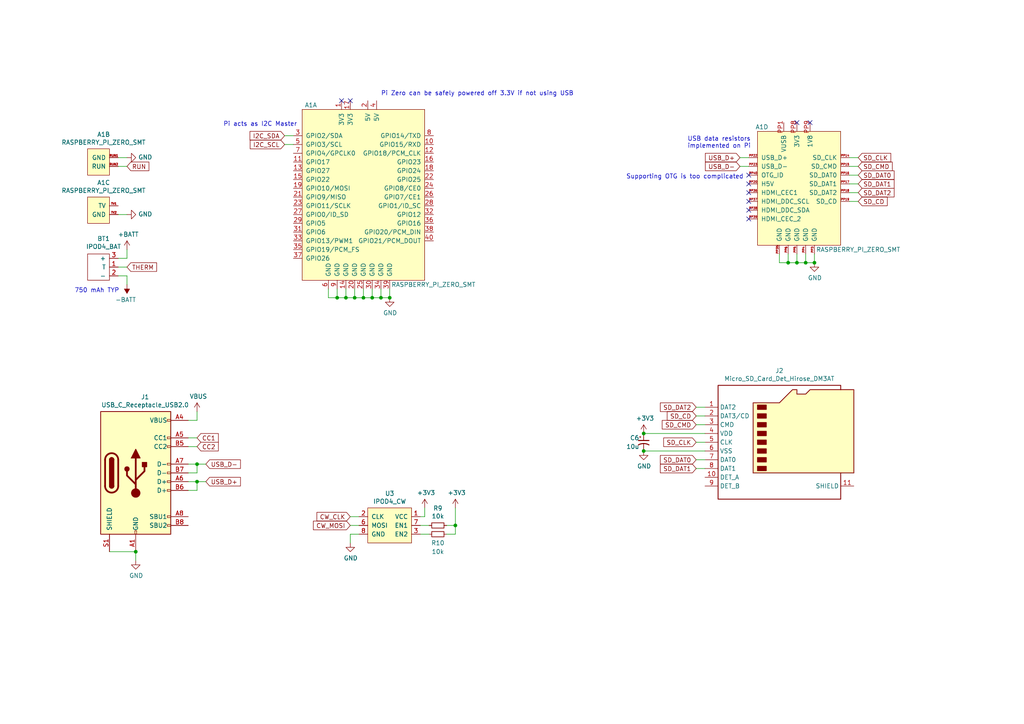
<source format=kicad_sch>
(kicad_sch (version 20230121) (generator eeschema)
  (paper "A4")
  (lib_symbols
    (symbol "Battery_Management:AP9101CK"
      (property "Reference" "U" (at -7.62 6.35 0))
      (property "Value" "AP9101CK" (at 6.35 6.35 0))
      (symbol "AP9101CK_1_1"
        (pin passive line (at -10.16 0 0) (length 2.54) (name "VM") (number "1"))
        (pin power_in line (at 0 7.62 270) (length 2.54) (name "VDD") (number "2"))
        (pin power_in line (at 0 -7.62 90) (length 2.54) (name "VSS") (number "3"))
        (pin output line (at 10.16 -2.54 180) (length 2.54) (name "DO") (number "4"))
        (pin output line (at 10.16 2.54 180) (length 2.54) (name "CO") (number "5"))
      )
    )
    (symbol "Connector:Micro_SD_Card_Det_Hirose_DM3AT"
      (property "Reference" "J" (at -16.51 17.78 0))
      (property "Value" "Micro_SD_Card_Det_Hirose_DM3AT" (at 16.51 17.78 0))
      (symbol "Micro_SD_Card_Det_Hirose_DM3AT_1_1"
        (pin bidirectional line (at -22.86 10.16 0) (length 3.81) (name "DAT2") (number "1"))
        (pin passive line (at -22.86 -10.16 0) (length 3.81) (name "DET_A") (number "10"))
        (pin passive line (at 20.32 -12.7 180) (length 3.81) (name "SHIELD") (number "11"))
        (pin bidirectional line (at -22.86 7.62 0) (length 3.81) (name "DAT3/CD") (number "2"))
        (pin input line (at -22.86 5.08 0) (length 3.81) (name "CMD") (number "3"))
        (pin power_in line (at -22.86 2.54 0) (length 3.81) (name "VDD") (number "4"))
        (pin input line (at -22.86 0 0) (length 3.81) (name "CLK") (number "5"))
        (pin power_in line (at -22.86 -2.54 0) (length 3.81) (name "VSS") (number "6"))
        (pin bidirectional line (at -22.86 -5.08 0) (length 3.81) (name "DAT0") (number "7"))
        (pin bidirectional line (at -22.86 -7.62 0) (length 3.81) (name "DAT1") (number "8"))
        (pin passive line (at -22.86 -12.7 0) (length 3.81) (name "DET_B") (number "9"))
      )
    )
    (symbol "Connector:USB_C_Receptacle_USB2.0" (pin_names (offset 1.016))
      (property "Reference" "J" (at -10.16 19.05 0))
      (property "Value" "USB_C_Receptacle_USB2.0" (at 19.05 19.05 0))
      (symbol "USB_C_Receptacle_USB2.0_1_1"
        (pin passive line (at 0 -22.86 90) (length 5.08) (name "GND") (number "A1"))
        (pin passive line (at 0 -22.86 90) (length 5.08) hide (name "GND") (number "A12"))
        (pin passive line (at 15.24 15.24 180) (length 5.08) (name "VBUS") (number "A4"))
        (pin bidirectional line (at 15.24 10.16 180) (length 5.08) (name "CC1") (number "A5"))
        (pin bidirectional line (at 15.24 -2.54 180) (length 5.08) (name "D+") (number "A6"))
        (pin bidirectional line (at 15.24 2.54 180) (length 5.08) (name "D-") (number "A7"))
        (pin bidirectional line (at 15.24 -12.7 180) (length 5.08) (name "SBU1") (number "A8"))
        (pin passive line (at 15.24 15.24 180) (length 5.08) hide (name "VBUS") (number "A9"))
        (pin passive line (at 0 -22.86 90) (length 5.08) hide (name "GND") (number "B1"))
        (pin passive line (at 0 -22.86 90) (length 5.08) hide (name "GND") (number "B12"))
        (pin passive line (at 15.24 15.24 180) (length 5.08) hide (name "VBUS") (number "B4"))
        (pin bidirectional line (at 15.24 7.62 180) (length 5.08) (name "CC2") (number "B5"))
        (pin bidirectional line (at 15.24 -5.08 180) (length 5.08) (name "D+") (number "B6"))
        (pin bidirectional line (at 15.24 0 180) (length 5.08) (name "D-") (number "B7"))
        (pin bidirectional line (at 15.24 -15.24 180) (length 5.08) (name "SBU2") (number "B8"))
        (pin passive line (at 15.24 15.24 180) (length 5.08) hide (name "VBUS") (number "B9"))
        (pin passive line (at -7.62 -22.86 90) (length 5.08) (name "SHIELD") (number "S1"))
      )
    )
    (symbol "Device:LED" (pin_numbers hide) (pin_names (offset 1.016) hide)
      (property "Reference" "D" (at 0 2.54 0))
      (property "Value" "LED" (at 0 -2.54 0))
      (symbol "LED_1_1"
        (pin passive line (at -3.81 0 0) (length 2.54) (name "K") (number "1"))
        (pin passive line (at 3.81 0 180) (length 2.54) (name "A") (number "2"))
      )
    )
    (symbol "Device:L_Small" (pin_numbers hide) (pin_names (offset 0.254) hide)
      (property "Reference" "L" (at 0.762 1.016 0))
      (property "Value" "L_Small" (at 0.762 -1.016 0))
      (symbol "L_Small_1_1"
        (pin passive line (at 0 2.54 270) (length 0.508) (name "~") (number "1"))
        (pin passive line (at 0 -2.54 90) (length 0.508) (name "~") (number "2"))
      )
    )
    (symbol "Device:R_Small" (pin_numbers hide) (pin_names (offset 0.254) hide)
      (property "Reference" "R" (at 0.762 0.508 0))
      (property "Value" "R_Small" (at 0.762 -1.016 0))
      (symbol "R_Small_1_1"
        (pin passive line (at 0 2.54 270) (length 0.762) (name "~") (number "1"))
        (pin passive line (at 0 -2.54 90) (length 0.762) (name "~") (number "2"))
      )
    )
    (symbol "Transistor_FET:DMG9926UDM" (pin_names hide)
      (property "Reference" "Q" (at 2.54 3.175 0))
      (property "Value" "DMG9926UDM" (at 2.54 5.08 0))
      (symbol "DMG9926UDM_1_1"
        (pin passive line (at 0 10.16 270) (length 2.54) (name "D1") (number "1"))
        (pin passive line (at 2.54 0 180) (length 2.54) (name "S1/D2") (number "2"))
        (pin passive line (at 0 -10.16 90) (length 2.54) (name "S2") (number "3"))
        (pin input line (at -7.62 -5.08 0) (length 2.54) (name "G2") (number "4"))
        (pin passive line (at 2.54 0 180) (length 2.54) hide (name "S1/D2") (number "5"))
        (pin input line (at -7.62 5.08 0) (length 2.54) (name "G1") (number "6"))
      )
    )
    (symbol "piPod_dev_board-rescue:CP1_Small-Device" (pin_numbers hide) (pin_names (offset 0.254) hide)
      (property "Reference" "C" (at 0.254 1.778 0))
      (property "Value" "Device_CP1_Small" (at 0.254 -2.032 0))
      (symbol "CP1_Small-Device_1_1"
        (pin passive line (at 0 2.54 270) (length 2.032) (name "~") (number "1"))
        (pin passive line (at 0 -2.54 90) (length 2.032) (name "~") (number "2"))
      )
    )
    (symbol "piPod_dev_board-rescue:IPOD4_BAT-gigahawk" (pin_names (offset 1.016))
      (property "Reference" "BT" (at 0 1.27 0))
      (property "Value" "gigahawk_IPOD4_BAT" (at 0 -8.89 0))
      (symbol "IPOD4_BAT-gigahawk_1_1"
        (pin input line (at 5.08 -3.81 180) (length 2.54) (name "T") (number "1"))
        (pin input line (at 5.08 -6.35 180) (length 2.54) (name "-") (number "2"))
        (pin input line (at 5.08 -1.27 180) (length 2.54) (name "+") (number "3"))
      )
    )
    (symbol "piPod_dev_board-rescue:IPOD4_CW-gigahawk" (pin_names (offset 1.016))
      (property "Reference" "U" (at 0 1.27 0))
      (property "Value" "gigahawk_IPOD4_CW" (at 0 -11.43 0))
      (symbol "IPOD4_CW-gigahawk_1_1"
        (pin input line (at 8.89 -2.54 180) (length 2.54) (name "VCC") (number "1"))
        (pin input line (at -8.89 -2.54 0) (length 2.54) (name "CLK") (number "2"))
        (pin input line (at 8.89 -7.62 180) (length 2.54) (name "EN2") (number "3"))
        (pin input line (at -8.89 -5.08 0) (length 2.54) (name "MOSI") (number "6"))
        (pin input line (at 8.89 -5.08 180) (length 2.54) (name "EN1") (number "7"))
        (pin input line (at -8.89 -7.62 0) (length 2.54) (name "GND") (number "8"))
      )
    )
    (symbol "piPod_dev_board-rescue:MCP73833-MSOP-gigahawk" (pin_names (offset 1.016))
      (property "Reference" "U" (at 0 1.27 0))
      (property "Value" "gigahawk_MCP73833-MSOP" (at 0 -16.51 0))
      (symbol "MCP73833-MSOP-gigahawk_1_1"
        (pin input line (at -10.16 -2.54 0) (length 2.54) (name "VDD") (number "1"))
        (pin input line (at 10.16 -2.54 180) (length 2.54) (name "VBAT") (number "10"))
        (pin input line (at -10.16 -5.08 0) (length 2.54) (name "VDD") (number "2"))
        (pin input line (at -10.16 -7.62 0) (length 2.54) (name "STAT1") (number "3"))
        (pin input line (at -10.16 -10.16 0) (length 2.54) (name "STAT2") (number "4"))
        (pin input line (at 10.16 -7.62 180) (length 2.54) (name "VSS") (number "5"))
        (pin input line (at 10.16 -12.7 180) (length 2.54) (name "PROG") (number "6"))
        (pin input line (at -10.16 -12.7 0) (length 2.54) (name "~{PG}") (number "7"))
        (pin input line (at 10.16 -10.16 180) (length 2.54) (name "THERM") (number "8"))
        (pin input line (at 10.16 -5.08 180) (length 2.54) (name "VBAT") (number "9"))
      )
    )
    (symbol "piPod_dev_board-rescue:RASPBERRY_PI_ZERO_SMT-gigahawk" (pin_names (offset 1.016))
      (property "Reference" "A" (at 0 3.81 0))
      (property "Value" "gigahawk_RASPBERRY_PI_ZERO_SMT" (at -1.27 1.27 0))
      (symbol "RASPBERRY_PI_ZERO_SMT-gigahawk_1_1"
        (pin input line (at -5.08 -5.08 270) (length 2.54) (name "3V3") (number "1"))
        (pin input line (at 21.59 -17.78 180) (length 2.54) (name "GPIO15/RXD") (number "10"))
        (pin input line (at -19.05 -22.86 0) (length 2.54) (name "GPIO17") (number "11"))
        (pin input line (at 21.59 -20.32 180) (length 2.54) (name "GPIO18/PCM_CLK") (number "12"))
        (pin input line (at -19.05 -25.4 0) (length 2.54) (name "GPIO27") (number "13"))
        (pin input line (at -3.81 -59.69 90) (length 2.54) (name "GND") (number "14"))
        (pin input line (at -19.05 -27.94 0) (length 2.54) (name "GPIO22") (number "15"))
        (pin input line (at 21.59 -22.86 180) (length 2.54) (name "GPIO23") (number "16"))
        (pin input line (at -2.54 -5.08 270) (length 2.54) (name "3V3") (number "17"))
        (pin input line (at 21.59 -25.4 180) (length 2.54) (name "GPIO24") (number "18"))
        (pin input line (at -19.05 -30.48 0) (length 2.54) (name "GPIO10/MOSI") (number "19"))
        (pin input line (at 2.54 -5.08 270) (length 2.54) (name "5V") (number "2"))
        (pin input line (at -1.27 -59.69 90) (length 2.54) (name "GND") (number "20"))
        (pin input line (at -19.05 -33.02 0) (length 2.54) (name "GPIO9/MISO") (number "21"))
        (pin input line (at 21.59 -27.94 180) (length 2.54) (name "GPIO25") (number "22"))
        (pin input line (at -19.05 -35.56 0) (length 2.54) (name "GPIO11/SCLK") (number "23"))
        (pin input line (at 21.59 -30.48 180) (length 2.54) (name "GPIO8/CE0") (number "24"))
        (pin input line (at 1.27 -59.69 90) (length 2.54) (name "GND") (number "25"))
        (pin input line (at 21.59 -33.02 180) (length 2.54) (name "GPIO7/CE1") (number "26"))
        (pin input line (at -19.05 -38.1 0) (length 2.54) (name "GPIO0/ID_SD") (number "27"))
        (pin input line (at 21.59 -35.56 180) (length 2.54) (name "GPIO1/ID_SC") (number "28"))
        (pin input line (at -19.05 -40.64 0) (length 2.54) (name "GPIO5") (number "29"))
        (pin input line (at -19.05 -15.24 0) (length 2.54) (name "GPIO2/SDA") (number "3"))
        (pin input line (at 3.81 -59.69 90) (length 2.54) (name "GND") (number "30"))
        (pin input line (at -19.05 -43.18 0) (length 2.54) (name "GPIO6") (number "31"))
        (pin input line (at 21.59 -38.1 180) (length 2.54) (name "GPIO12") (number "32"))
        (pin input line (at -19.05 -45.72 0) (length 2.54) (name "GPIO13/PWM1") (number "33"))
        (pin input line (at 6.35 -59.69 90) (length 2.54) (name "GND") (number "34"))
        (pin input line (at -19.05 -48.26 0) (length 2.54) (name "GPIO19/PCM_FS") (number "35"))
        (pin input line (at 21.59 -40.64 180) (length 2.54) (name "GPIO16") (number "36"))
        (pin input line (at -19.05 -50.8 0) (length 2.54) (name "GPIO26") (number "37"))
        (pin input line (at 21.59 -43.18 180) (length 2.54) (name "GPIO20/PCM_DIN") (number "38"))
        (pin input line (at 8.89 -59.69 90) (length 2.54) (name "GND") (number "39"))
        (pin input line (at 5.08 -5.08 270) (length 2.54) (name "5V") (number "4"))
        (pin input line (at 21.59 -45.72 180) (length 2.54) (name "GPIO21/PCM_DOUT") (number "40"))
        (pin input line (at -19.05 -17.78 0) (length 2.54) (name "GPIO3/SCL") (number "5"))
        (pin input line (at -8.89 -59.69 90) (length 2.54) (name "GND") (number "6"))
        (pin input line (at -19.05 -20.32 0) (length 2.54) (name "GPIO4/GPCLK0") (number "7"))
        (pin input line (at 21.59 -15.24 180) (length 2.54) (name "GPIO14/TXD") (number "8"))
        (pin input line (at -6.35 -59.69 90) (length 2.54) (name "GND") (number "9"))
      )
      (symbol "RASPBERRY_PI_ZERO_SMT-gigahawk_2_1"
        (pin input line (at 2.54 -2.54 180) (length 2.54) (name "GND") (number "RUN1"))
        (pin input line (at 2.54 -5.08 180) (length 2.54) (name "RUN") (number "RUN2"))
      )
      (symbol "RASPBERRY_PI_ZERO_SMT-gigahawk_3_1"
        (pin input line (at 2.54 -2.54 180) (length 2.54) (name "TV") (number "TV1"))
        (pin input line (at 2.54 -5.08 180) (length 2.54) (name "GND") (number "TV2"))
      )
      (symbol "RASPBERRY_PI_ZERO_SMT-gigahawk_4_1"
        (pin input line (at -3.81 -3.81 270) (length 2.54) (name "VUSB") (number "PP1"))
        (pin input line (at 15.24 -13.97 180) (length 2.54) (name "SD_CLK") (number "PP14"))
        (pin input line (at 15.24 -16.51 180) (length 2.54) (name "SD_CMD") (number "PP15"))
        (pin input line (at 15.24 -19.05 180) (length 2.54) (name "SD_DAT0") (number "PP16"))
        (pin input line (at 15.24 -21.59 180) (length 2.54) (name "SD_DAT1") (number "PP17"))
        (pin input line (at 15.24 -24.13 180) (length 2.54) (name "SD_DAT2") (number "PP18"))
        (pin input line (at 15.24 -26.67 180) (length 2.54) (name "SD_CD") (number "PP19"))
        (pin input line (at -13.97 -21.59 0) (length 2.54) (name "H5V") (number "PP20"))
        (pin input line (at -13.97 -13.97 0) (length 2.54) (name "USB_D+") (number "PP22"))
        (pin input line (at -13.97 -16.51 0) (length 2.54) (name "USB_D-") (number "PP23"))
        (pin input line (at 5.08 -41.91 90) (length 2.54) (name "GND") (number "PP3"))
        (pin input line (at -5.08 -41.91 90) (length 2.54) (name "GND") (number "PP35"))
        (pin input line (at -13.97 -24.13 0) (length 2.54) (name "HDMI_CEC1") (number "PP36"))
        (pin input line (at -13.97 -26.67 0) (length 2.54) (name "HDMI_DDC_SCL") (number "PP37"))
        (pin input line (at -13.97 -29.21 0) (length 2.54) (name "HDMI_DDC_SDA") (number "PP38"))
        (pin input line (at -13.97 -31.75 0) (length 2.54) (name "HDMI_CEC_2") (number "PP39"))
        (pin input line (at 2.54 -41.91 90) (length 2.54) (name "GND") (number "PP4"))
        (pin input line (at -13.97 -19.05 0) (length 2.54) (name "OTG_ID") (number "PP40"))
        (pin input line (at 0 -41.91 90) (length 2.54) (name "GND") (number "PP5"))
        (pin input line (at -2.54 -41.91 90) (length 2.54) (name "GND") (number "PP6"))
        (pin input line (at 0 -3.81 270) (length 2.54) (name "3V3") (number "PP8"))
        (pin input line (at 3.81 -3.81 270) (length 2.54) (name "1V8") (number "PP9"))
      )
    )
    (symbol "piPod_dev_board-rescue:STM32L051C8Tx-MCU_ST_STM32L0"
      (property "Reference" "U" (at -12.7 39.37 0))
      (property "Value" "MCU_ST_STM32L0_STM32L051C8Tx" (at 7.62 39.37 0))
      (symbol "STM32L051C8Tx-MCU_ST_STM32L0_1_1"
        (pin power_in line (at -15.24 25.4 0) (length 2.54) (name "VLCD") (number "1"))
        (pin bidirectional line (at 15.24 2.54 180) (length 2.54) (name "PA0") (number "10"))
        (pin bidirectional line (at 15.24 0 180) (length 2.54) (name "PA1") (number "11"))
        (pin bidirectional line (at 15.24 -2.54 180) (length 2.54) (name "PA2") (number "12"))
        (pin bidirectional line (at 15.24 -5.08 180) (length 2.54) (name "PA3") (number "13"))
        (pin bidirectional line (at 15.24 -7.62 180) (length 2.54) (name "PA4") (number "14"))
        (pin bidirectional line (at 15.24 -10.16 180) (length 2.54) (name "PA5") (number "15"))
        (pin bidirectional line (at 15.24 -12.7 180) (length 2.54) (name "PA6") (number "16"))
        (pin bidirectional line (at 15.24 -15.24 180) (length 2.54) (name "PA7") (number "17"))
        (pin bidirectional line (at -15.24 2.54 0) (length 2.54) (name "PB0") (number "18"))
        (pin bidirectional line (at -15.24 0 0) (length 2.54) (name "PB1") (number "19"))
        (pin bidirectional line (at -15.24 12.7 0) (length 2.54) (name "PC13") (number "2"))
        (pin bidirectional line (at -15.24 -2.54 0) (length 2.54) (name "PB2") (number "20"))
        (pin bidirectional line (at -15.24 -22.86 0) (length 2.54) (name "PB10") (number "21"))
        (pin bidirectional line (at -15.24 -25.4 0) (length 2.54) (name "PB11") (number "22"))
        (pin power_in line (at -2.54 -40.64 90) (length 2.54) (name "VSS") (number "23"))
        (pin power_in line (at -2.54 40.64 270) (length 2.54) (name "VDD") (number "24"))
        (pin bidirectional line (at -15.24 -27.94 0) (length 2.54) (name "PB12") (number "25"))
        (pin bidirectional line (at -15.24 -30.48 0) (length 2.54) (name "PB13") (number "26"))
        (pin bidirectional line (at -15.24 -33.02 0) (length 2.54) (name "PB14") (number "27"))
        (pin bidirectional line (at -15.24 -35.56 0) (length 2.54) (name "PB15") (number "28"))
        (pin bidirectional line (at 15.24 -17.78 180) (length 2.54) (name "PA8") (number "29"))
        (pin bidirectional line (at -15.24 10.16 0) (length 2.54) (name "PC14") (number "3"))
        (pin bidirectional line (at 15.24 -20.32 180) (length 2.54) (name "PA9") (number "30"))
        (pin bidirectional line (at 15.24 -22.86 180) (length 2.54) (name "PA10") (number "31"))
        (pin bidirectional line (at 15.24 -25.4 180) (length 2.54) (name "PA11") (number "32"))
        (pin bidirectional line (at 15.24 -27.94 180) (length 2.54) (name "PA12") (number "33"))
        (pin bidirectional line (at 15.24 -30.48 180) (length 2.54) (name "PA13") (number "34"))
        (pin power_in line (at 0 -40.64 90) (length 2.54) (name "VSS") (number "35"))
        (pin power_in line (at 5.08 40.64 270) (length 2.54) (name "VDDIO2") (number "36"))
        (pin bidirectional line (at 15.24 -33.02 180) (length 2.54) (name "PA14") (number "37"))
        (pin bidirectional line (at 15.24 -35.56 180) (length 2.54) (name "PA15") (number "38"))
        (pin bidirectional line (at -15.24 -5.08 0) (length 2.54) (name "PB3") (number "39"))
        (pin bidirectional line (at -15.24 7.62 0) (length 2.54) (name "PC15") (number "4"))
        (pin bidirectional line (at -15.24 -7.62 0) (length 2.54) (name "PB4") (number "40"))
        (pin bidirectional line (at -15.24 -10.16 0) (length 2.54) (name "PB5") (number "41"))
        (pin bidirectional line (at -15.24 -12.7 0) (length 2.54) (name "PB6") (number "42"))
        (pin bidirectional line (at -15.24 -15.24 0) (length 2.54) (name "PB7") (number "43"))
        (pin input line (at -15.24 30.48 0) (length 2.54) (name "BOOT0") (number "44"))
        (pin bidirectional line (at -15.24 -17.78 0) (length 2.54) (name "PB8") (number "45"))
        (pin bidirectional line (at -15.24 -20.32 0) (length 2.54) (name "PB9") (number "46"))
        (pin power_in line (at 2.54 -40.64 90) (length 2.54) (name "VSS") (number "47"))
        (pin power_in line (at 0 40.64 270) (length 2.54) (name "VDD") (number "48"))
        (pin input line (at -15.24 20.32 0) (length 2.54) (name "PH0") (number "5"))
        (pin input line (at -15.24 17.78 0) (length 2.54) (name "PH1") (number "6"))
        (pin input line (at -15.24 35.56 0) (length 2.54) (name "NRST") (number "7"))
        (pin power_in line (at 5.08 -40.64 90) (length 2.54) (name "VSSA") (number "8"))
        (pin power_in line (at 2.54 40.64 270) (length 2.54) (name "VDDA") (number "9"))
      )
    )
    (symbol "power:+3.3VA" (power) (pin_names (offset 0))
      (property "Value" "+3.3VA" (at 0 3.556 0))
      (symbol "+3.3VA_1_1"
        (pin power_in line (at 0 0 90) (length 0) hide (name "+3.3VA") (number "1"))
      )
    )
    (symbol "power:+3V3" (power) (pin_names (offset 0))
      (property "Value" "+3V3" (at 0 3.556 0))
      (symbol "+3V3_1_1"
        (pin power_in line (at 0 0 90) (length 0) hide (name "+3V3") (number "1"))
      )
    )
    (symbol "power:+BATT" (power) (pin_names (offset 0))
      (property "Value" "+BATT" (at 0 3.556 0))
      (symbol "+BATT_1_1"
        (pin power_in line (at 0 0 90) (length 0) hide (name "+BATT") (number "1"))
      )
    )
    (symbol "power:-BATT" (power) (pin_names (offset 0))
      (property "Value" "-BATT" (at 0 3.556 0))
      (symbol "-BATT_1_1"
        (pin power_in line (at 0 0 90) (length 0) hide (name "-BATT") (number "1"))
      )
    )
    (symbol "power:GND" (power) (pin_names (offset 0))
      (property "Value" "GND" (at 0 -3.81 0))
      (symbol "GND_1_1"
        (pin power_in line (at 0 0 270) (length 0) hide (name "GND") (number "1"))
      )
    )
    (symbol "power:VBUS" (power) (pin_names (offset 0))
      (property "Value" "VBUS" (at 0 3.81 0))
      (symbol "VBUS_1_1"
        (pin power_in line (at 0 0 90) (length 0) hide (name "VBUS") (number "1"))
      )
    )
  )
  (junction (at 186.69 125.73))
  (junction (at 105.41 86.36))
  (junction (at -125.73 118.11))
  (junction (at 219.71 332.74))
  (junction (at 236.22 76.2))
  (junction (at -147.32 118.11))
  (junction (at 57.15 139.7))
  (junction (at 245.11 247.65))
  (junction (at 228.6 76.2))
  (junction (at 102.87 86.36))
  (junction (at 107.95 86.36))
  (junction (at 222.25 332.74))
  (junction (at -74.93 118.11))
  (junction (at 110.49 86.36))
  (junction (at 245.11 237.49))
  (junction (at 189.23 237.49))
  (junction (at 219.71 247.65))
  (junction (at -147.32 123.19))
  (junction (at 233.68 76.2))
  (junction (at -30.48 326.39))
  (junction (at -74.93 127))
  (junction (at 97.79 86.36))
  (junction (at -151.13 118.11))
  (junction (at 252.73 237.49))
  (junction (at 231.14 76.2))
  (junction (at 189.23 229.87))
  (junction (at 196.85 237.49))
  (junction (at 100.33 86.36))
  (junction (at 224.79 332.74))
  (junction (at 204.47 229.87))
  (junction (at -147.32 125.73))
  (junction (at 57.15 134.62))
  (junction (at 132.08 152.4))
  (junction (at 204.47 237.49))
  (junction (at -100.33 118.11))
  (junction (at 196.85 229.87))
  (junction (at 186.69 130.81))
  (junction (at -30.48 308.61))
  (junction (at -92.71 134.62))
  (junction (at 39.37 160.02))
  (junction (at 113.03 86.36))
  (no_connect (at 101.6 29.21))
  (no_connect (at 99.06 29.21))
  (no_connect (at 231.14 35.56))
  (no_connect (at 217.17 53.34))
  (no_connect (at 217.17 58.42))
  (no_connect (at 217.17 55.88))
  (no_connect (at 207.01 255.27))
  (no_connect (at 217.17 60.96))
  (no_connect (at 234.95 35.56))
  (no_connect (at 217.17 63.5))
  (no_connect (at 217.17 50.8))
  (no_connect (at 207.01 265.43))
  (wire (pts (xy 231.14 76.2) (xy 231.14 73.66)))
  (wire (pts (xy 252.73 247.65) (xy 252.73 245.11)))
  (wire (pts (xy -17.78 320.04) (xy -20.32 320.04)))
  (wire (pts (xy 196.85 231.14) (xy 196.85 229.87)))
  (wire (pts (xy 57.15 134.62) (xy 59.69 134.62)))
  (wire (pts (xy 204.47 231.14) (xy 204.47 229.87)))
  (wire (pts (xy 227.33 247.65) (xy 227.33 250.19)))
  (wire (pts (xy 224.79 331.47) (xy 224.79 332.74)))
  (wire (pts (xy -151.13 128.27) (xy -151.13 125.73)))
  (wire (pts (xy -43.18 317.5) (xy -40.64 317.5)))
  (wire (pts (xy 219.71 334.01) (xy 219.71 332.74)))
  (wire (pts (xy -7.62 307.34) (xy -7.62 302.26)))
  (wire (pts (xy -151.13 120.65) (xy -151.13 118.11)))
  (wire (pts (xy 101.6 149.86) (xy 104.14 149.86)))
  (wire (pts (xy 248.92 58.42) (xy 246.38 58.42)))
  (wire (pts (xy 242.57 237.49) (xy 245.11 237.49)))
  (wire (pts (xy 121.92 154.94) (xy 124.46 154.94)))
  (wire (pts (xy -7.62 327.66) (xy -17.78 327.66)))
  (wire (pts (xy 129.54 154.94) (xy 132.08 154.94)))
  (wire (pts (xy 204.47 313.69) (xy 207.01 313.69)))
  (wire (pts (xy -102.87 125.73) (xy -92.71 125.73)))
  (wire (pts (xy 189.23 237.49) (xy 189.23 236.22)))
  (wire (pts (xy 82.55 41.91) (xy 85.09 41.91)))
  (wire (pts (xy -147.32 123.19) (xy -147.32 118.11)))
  (wire (pts (xy -102.87 120.65) (xy -100.33 120.65)))
  (wire (pts (xy 196.85 229.87) (xy 189.23 229.87)))
  (wire (pts (xy 217.17 48.26) (xy 214.63 48.26)))
  (wire (pts (xy 123.19 149.86) (xy 123.19 147.32)))
  (wire (pts (xy -43.18 331.47) (xy -43.18 328.93)))
  (wire (pts (xy -147.32 118.11) (xy -125.73 118.11)))
  (wire (pts (xy 113.03 86.36) (xy 110.49 86.36)))
  (wire (pts (xy -125.73 120.65) (xy -125.73 118.11)))
  (wire (pts (xy 246.38 53.34) (xy 248.92 53.34)))
  (wire (pts (xy -30.48 299.72) (xy -30.48 302.26)))
  (wire (pts (xy 102.87 86.36) (xy 102.87 83.82)))
  (wire (pts (xy -144.78 125.73) (xy -147.32 125.73)))
  (wire (pts (xy 245.11 247.65) (xy 252.73 247.65)))
  (wire (pts (xy 212.09 231.14) (xy 212.09 229.87)))
  (wire (pts (xy -30.48 309.88) (xy -30.48 308.61)))
  (wire (pts (xy 36.83 82.55) (xy 36.83 80.01)))
  (wire (pts (xy 100.33 86.36) (xy 97.79 86.36)))
  (wire (pts (xy -147.32 128.27) (xy -147.32 125.73)))
  (wire (pts (xy -123.19 118.11) (xy -125.73 118.11)))
  (wire (pts (xy -7.62 302.26) (xy -3.81 302.26)))
  (wire (pts (xy -125.73 123.19) (xy -123.19 123.19)))
  (wire (pts (xy 233.68 76.2) (xy 231.14 76.2)))
  (wire (pts (xy 57.15 142.24) (xy 57.15 139.7)))
  (wire (pts (xy 100.33 86.36) (xy 100.33 83.82)))
  (wire (pts (xy 204.47 236.22) (xy 204.47 237.49)))
  (wire (pts (xy 245.11 237.49) (xy 245.11 240.03)))
  (wire (pts (xy -17.78 326.39) (xy -30.48 326.39)))
  (wire (pts (xy 129.54 152.4) (xy 132.08 152.4)))
  (wire (pts (xy 101.6 157.48) (xy 101.6 154.94)))
  (wire (pts (xy 105.41 86.36) (xy 105.41 83.82)))
  (wire (pts (xy 104.14 152.4) (xy 101.6 152.4)))
  (wire (pts (xy -125.73 128.27) (xy -123.19 128.27)))
  (wire (pts (xy 204.47 303.53) (xy 207.01 303.53)))
  (wire (pts (xy -74.93 118.11) (xy -74.93 120.65)))
  (wire (pts (xy 54.61 142.24) (xy 57.15 142.24)))
  (wire (pts (xy 97.79 86.36) (xy 95.25 86.36)))
  (wire (pts (xy 110.49 86.36) (xy 107.95 86.36)))
  (wire (pts (xy 222.25 247.65) (xy 219.71 247.65)))
  (wire (pts (xy 201.93 128.27) (xy 204.47 128.27)))
  (wire (pts (xy 54.61 121.92) (xy 57.15 121.92)))
  (wire (pts (xy 204.47 229.87) (xy 196.85 229.87)))
  (wire (pts (xy 57.15 121.92) (xy 57.15 119.38)))
  (wire (pts (xy 54.61 137.16) (xy 57.15 137.16)))
  (wire (pts (xy 252.73 237.49) (xy 252.73 240.03)))
  (wire (pts (xy 121.92 152.4) (xy 124.46 152.4)))
  (wire (pts (xy 189.23 238.76) (xy 189.23 237.49)))
  (wire (pts (xy -92.71 125.73) (xy -92.71 128.27)))
  (wire (pts (xy -30.48 307.34) (xy -30.48 308.61)))
  (wire (pts (xy -123.19 120.65) (xy -125.73 120.65)))
  (wire (pts (xy -102.87 128.27) (xy -100.33 128.27)))
  (wire (pts (xy 113.03 86.36) (xy 113.03 83.82)))
  (wire (pts (xy 105.41 86.36) (xy 102.87 86.36)))
  (wire (pts (xy 214.63 45.72) (xy 217.17 45.72)))
  (wire (pts (xy -151.13 118.11) (xy -151.13 115.57)))
  (wire (pts (xy -92.71 133.35) (xy -92.71 134.62)))
  (wire (pts (xy -85.09 123.19) (xy -85.09 127)))
  (wire (pts (xy -92.71 134.62) (xy -92.71 135.89)))
  (wire (pts (xy 57.15 137.16) (xy 57.15 134.62)))
  (wire (pts (xy -100.33 118.11) (xy -102.87 118.11)))
  (wire (pts (xy 212.09 237.49) (xy 204.47 237.49)))
  (wire (pts (xy -125.73 125.73) (xy -123.19 125.73)))
  (wire (pts (xy 36.83 74.93) (xy 36.83 72.39)))
  (wire (pts (xy -100.33 138.43) (xy -100.33 135.89)))
  (wire (pts (xy -74.93 128.27) (xy -74.93 127)))
  (wire (pts (xy 201.93 118.11) (xy 204.47 118.11)))
  (wire (pts (xy 201.93 133.35) (xy 204.47 133.35)))
  (wire (pts (xy 207.01 306.07) (xy 204.47 306.07)))
  (wire (pts (xy 252.73 234.95) (xy 252.73 237.49)))
  (wire (pts (xy 59.69 139.7) (xy 57.15 139.7)))
  (wire (pts (xy 57.15 127) (xy 54.61 127)))
  (wire (pts (xy 240.03 300.99) (xy 237.49 300.99)))
  (wire (pts (xy 233.68 76.2) (xy 233.68 73.66)))
  (wire (pts (xy 227.33 331.47) (xy 227.33 332.74)))
  (wire (pts (xy 132.08 152.4) (xy 132.08 147.32)))
  (wire (pts (xy -144.78 128.27) (xy -147.32 128.27)))
  (wire (pts (xy 212.09 229.87) (xy 204.47 229.87)))
  (wire (pts (xy 95.25 86.36) (xy 95.25 83.82)))
  (wire (pts (xy 228.6 76.2) (xy 228.6 73.66)))
  (wire (pts (xy 196.85 236.22) (xy 196.85 237.49)))
  (wire (pts (xy -17.78 314.96) (xy -17.78 312.42)))
  (wire (pts (xy 101.6 154.94) (xy 104.14 154.94)))
  (wire (pts (xy -137.16 128.27) (xy -130.81 128.27)))
  (wire (pts (xy 201.93 120.65) (xy 204.47 120.65)))
  (wire (pts (xy 219.71 332.74) (xy 219.71 331.47)))
  (wire (pts (xy 246.38 50.8) (xy 248.92 50.8)))
  (wire (pts (xy -30.48 326.39) (xy -30.48 327.66)))
  (wire (pts (xy -30.48 308.61) (xy -50.8 308.61)))
  (wire (pts (xy 219.71 247.65) (xy 219.71 242.57)))
  (wire (pts (xy 36.83 80.01) (xy 34.29 80.01)))
  (wire (pts (xy 97.79 86.36) (xy 97.79 83.82)))
  (wire (pts (xy 121.92 149.86) (xy 123.19 149.86)))
  (wire (pts (xy -17.78 322.58) (xy -17.78 320.04)))
  (wire (pts (xy 226.06 76.2) (xy 226.06 73.66)))
  (wire (pts (xy 227.33 332.74) (xy 224.79 332.74)))
  (wire (pts (xy 246.38 55.88) (xy 248.92 55.88)))
  (wire (pts (xy -137.16 123.19) (xy -130.81 123.19)))
  (wire (pts (xy -74.93 127) (xy -74.93 125.73)))
  (wire (pts (xy 36.83 77.47) (xy 34.29 77.47)))
  (wire (pts (xy -137.16 125.73) (xy -130.81 125.73)))
  (wire (pts (xy 201.93 135.89) (xy 204.47 135.89)))
  (wire (pts (xy 102.87 86.36) (xy 100.33 86.36)))
  (wire (pts (xy 240.03 306.07) (xy 237.49 306.07)))
  (wire (pts (xy 196.85 237.49) (xy 189.23 237.49)))
  (wire (pts (xy 189.23 228.6) (xy 189.23 229.87)))
  (wire (pts (xy 212.09 236.22) (xy 212.09 237.49)))
  (wire (pts (xy -30.48 325.12) (xy -30.48 326.39)))
  (wire (pts (xy 234.95 237.49) (xy 234.95 234.95)))
  (wire (pts (xy 204.47 130.81) (xy 186.69 130.81)))
  (wire (pts (xy -144.78 123.19) (xy -147.32 123.19)))
  (wire (pts (xy 245.11 245.11) (xy 245.11 247.65)))
  (wire (pts (xy 107.95 86.36) (xy 105.41 86.36)))
  (wire (pts (xy -85.09 127) (xy -74.93 127)))
  (wire (pts (xy -20.32 314.96) (xy -17.78 314.96)))
  (wire (pts (xy -147.32 118.11) (xy -151.13 118.11)))
  (wire (pts (xy -17.78 312.42) (xy -15.24 312.42)))
  (wire (pts (xy 237.49 237.49) (xy 234.95 237.49)))
  (wire (pts (xy -50.8 326.39) (xy -30.48 326.39)))
  (wire (pts (xy 57.15 134.62) (xy 54.61 134.62)))
  (wire (pts (xy 246.38 48.26) (xy 248.92 48.26)))
  (wire (pts (xy -17.78 327.66) (xy -17.78 326.39)))
  (wire (pts (xy 245.11 237.49) (xy 252.73 237.49)))
  (wire (pts (xy 248.92 45.72) (xy 246.38 45.72)))
  (wire (pts (xy 34.29 74.93) (xy 36.83 74.93)))
  (wire (pts (xy 222.25 332.74) (xy 219.71 332.74)))
  (wire (pts (xy -15.24 322.58) (xy -17.78 322.58)))
  (wire (pts (xy 132.08 154.94) (xy 132.08 152.4)))
  (wire (pts (xy 189.23 229.87) (xy 189.23 231.14)))
  (wire (pts (xy -74.93 115.57) (xy -74.93 118.11)))
  (wire (pts (xy 204.47 316.23) (xy 207.01 316.23)))
  (wire (pts (xy 204.47 237.49) (xy 196.85 237.49)))
  (wire (pts (xy 224.79 245.11) (xy 224.79 250.19)))
  (wire (pts (xy -90.17 134.62) (xy -92.71 134.62)))
  (wire (pts (xy -147.32 125.73) (xy -147.32 123.19)))
  (wire (pts (xy 236.22 76.2) (xy 236.22 73.66)))
  (wire (pts (xy 82.55 39.37) (xy 85.09 39.37)))
  (wire (pts (xy 110.49 86.36) (xy 110.49 83.82)))
  (wire (pts (xy -43.18 317.5) (xy -43.18 323.85)))
  (wire (pts (xy -102.87 123.19) (xy -85.09 123.19)))
  (wire (pts (xy 54.61 129.54) (xy 57.15 129.54)))
  (wire (pts (xy 224.79 332.74) (xy 222.25 332.74)))
  (wire (pts (xy 36.83 48.26) (xy 34.29 48.26)))
  (wire (pts (xy 57.15 139.7) (xy 54.61 139.7)))
  (wire (pts (xy 107.95 86.36) (xy 107.95 83.82)))
  (wire (pts (xy -50.8 308.61) (xy -50.8 314.96)))
  (wire (pts (xy -100.33 120.65) (xy -100.33 118.11)))
  (wire (pts (xy 219.71 250.19) (xy 219.71 247.65)))
  (wire (pts (xy -100.33 128.27) (xy -100.33 130.81)))
  (wire (pts (xy -100.33 118.11) (xy -74.93 118.11)))
  (wire (pts (xy 222.25 331.47) (xy 222.25 332.74)))
  (wire (pts (xy 231.14 76.2) (xy 228.6 76.2)))
  (wire (pts (xy 36.83 45.72) (xy 34.29 45.72)))
  (wire (pts (xy 236.22 76.2) (xy 233.68 76.2)))
  (wire (pts (xy 31.75 160.02) (xy 39.37 160.02)))
  (wire (pts (xy 222.25 250.19) (xy 222.25 247.65)))
  (wire (pts (xy 186.69 125.73) (xy 204.47 125.73)))
  (wire (pts (xy 201.93 123.19) (xy 204.47 123.19)))
  (wire (pts (xy -50.8 326.39) (xy -50.8 320.04)))
  (wire (pts (xy -92.71 143.51) (xy -92.71 140.97)))
  (wire (pts (xy 39.37 160.02) (xy 39.37 162.56)))
  (wire (pts (xy -3.81 302.26) (xy -3.81 304.8)))
  (wire (pts (xy 228.6 76.2) (xy 226.06 76.2)))
  (wire (pts (xy 36.83 62.23) (xy 34.29 62.23)))
  (text "POWER SUPPLY" (at 111.76 278.13 0) (effects (font (size 2.0066 2.0066) (thickness 0.4013) bold) (justify left bottom)))
  (text "Pi acts as I2C Master\n" (at 64.77 36.83 0) (effects (font (size 1.27 1.27)) (justify left bottom)))
  (text "I2C1 as TCA8418 emulator\nI2C2 as SMC" (at 194.31 306.07 0) (effects (font (size 1.27 1.27)) (justify right bottom)))
  (text "BATTERY PROTECTION" (at -45.72 292.1 0) (effects (font (size 2.0066 2.0066) (thickness 0.4013) bold) (justify left bottom)))
  (text "Pi Zero can be safely powered off 3.3V if not using USB" (at 110.49 27.94 0) (effects (font (size 1.27 1.27)) (justify left bottom)))
  (text "Supporting OTG is too complicated" (at 181.61 52.07 0) (effects (font (size 1.27 1.27)) (justify left bottom)))
  (text "750 mAh TYP" (at 21.59 85.09 0) (effects (font (size 1.27 1.27)) (justify left bottom)))
  (text "USB data resistors \nimplemented on Pi" (at 199.39 43.18 0) (effects (font (size 1.27 1.27)) (justify left bottom)))
  (text "BATTERY CHARGER" (at -129.54 102.87 0) (effects (font (size 2.0066 2.0066) (thickness 0.4013) bold) (justify left bottom)))
  (text "Charge current \n= 1000mA*1kOhm/R_PROG" (at -130.81 137.16 0) (effects (font (size 1.27 1.27)) (justify left bottom)))
  (text "Sample values from datasheet, \niPod battery thermistor parameters unknown" (at -90.17 144.78 0) (effects (font (size 1.27 1.27)) (justify left bottom)))
  (global_label "USB_D+" (shape input) (at 59.69 139.7 0) (property "Intersheetrefs" "${INTERSHEET_REFS}" (effects hide)))
  (global_label "SD_CLK" (shape input) (at 201.93 128.27 180) (property "Intersheetrefs" "${INTERSHEET_REFS}" (effects hide)))
  (global_label "I2C_SDA" (shape input) (at 204.47 316.23 180) (property "Intersheetrefs" "${INTERSHEET_REFS}" (effects hide)))
  (global_label "THERM" (shape input) (at -90.17 134.62 0) (property "Intersheetrefs" "${INTERSHEET_REFS}" (effects hide)))
  (global_label "SD_CMD" (shape input) (at 248.92 48.26 0) (property "Intersheetrefs" "${INTERSHEET_REFS}" (effects hide)))
  (global_label "SD_DAT1" (shape input) (at 201.93 135.89 180) (property "Intersheetrefs" "${INTERSHEET_REFS}" (effects hide)))
  (global_label "SD_DAT2" (shape input) (at 201.93 118.11 180) (property "Intersheetrefs" "${INTERSHEET_REFS}" (effects hide)))
  (global_label "CC2" (shape input) (at 57.15 129.54 0) (property "Intersheetrefs" "${INTERSHEET_REFS}" (effects hide)))
  (global_label "SD_DAT0" (shape input) (at 248.92 50.8 0) (property "Intersheetrefs" "${INTERSHEET_REFS}" (effects hide)))
  (global_label "SD_DAT0" (shape input) (at 201.93 133.35 180) (property "Intersheetrefs" "${INTERSHEET_REFS}" (effects hide)))
  (global_label "SD_CD" (shape input) (at 201.93 120.65 180) (property "Intersheetrefs" "${INTERSHEET_REFS}" (effects hide)))
  (global_label "THERM" (shape input) (at 36.83 77.47 0) (property "Intersheetrefs" "${INTERSHEET_REFS}" (effects hide)))
  (global_label "I2C_SCL" (shape input) (at 82.55 41.91 180) (property "Intersheetrefs" "${INTERSHEET_REFS}" (effects hide)))
  (global_label "SD_DAT2" (shape input) (at 248.92 55.88 0) (property "Intersheetrefs" "${INTERSHEET_REFS}" (effects hide)))
  (global_label "CW_CLK" (shape input) (at 240.03 300.99 0) (property "Intersheetrefs" "${INTERSHEET_REFS}" (effects hide)))
  (global_label "SD_CD" (shape input) (at 248.92 58.42 0) (property "Intersheetrefs" "${INTERSHEET_REFS}" (effects hide)))
  (global_label "CW_MOSI" (shape input) (at 240.03 306.07 0) (property "Intersheetrefs" "${INTERSHEET_REFS}" (effects hide)))
  (global_label "SD_CLK" (shape input) (at 248.92 45.72 0) (property "Intersheetrefs" "${INTERSHEET_REFS}" (effects hide)))
  (global_label "SD_DAT1" (shape input) (at 248.92 53.34 0) (property "Intersheetrefs" "${INTERSHEET_REFS}" (effects hide)))
  (global_label "USB_D-" (shape input) (at 59.69 134.62 0) (property "Intersheetrefs" "${INTERSHEET_REFS}" (effects hide)))
  (global_label "USB_D+" (shape input) (at 214.63 45.72 180) (property "Intersheetrefs" "${INTERSHEET_REFS}" (effects hide)))
  (global_label "I2C_SCL" (shape input) (at 204.47 303.53 180) (property "Intersheetrefs" "${INTERSHEET_REFS}" (effects hide)))
  (global_label "USB_D-" (shape input) (at 214.63 48.26 180) (property "Intersheetrefs" "${INTERSHEET_REFS}" (effects hide)))
  (global_label "I2C_SCL" (shape input) (at 204.47 313.69 180) (property "Intersheetrefs" "${INTERSHEET_REFS}" (effects hide)))
  (global_label "CW_MOSI" (shape input) (at 101.6 152.4 180) (property "Intersheetrefs" "${INTERSHEET_REFS}" (effects hide)))
  (global_label "SD_CMD" (shape input) (at 201.93 123.19 180) (property "Intersheetrefs" "${INTERSHEET_REFS}" (effects hide)))
  (global_label "I2C_SDA" (shape input) (at 82.55 39.37 180) (property "Intersheetrefs" "${INTERSHEET_REFS}" (effects hide)))
  (global_label "I2C_SDA" (shape input) (at 204.47 306.07 180) (property "Intersheetrefs" "${INTERSHEET_REFS}" (effects hide)))
  (global_label "CC1" (shape input) (at 57.15 127 0) (property "Intersheetrefs" "${INTERSHEET_REFS}" (effects hide)))
  (global_label "CW_CLK" (shape input) (at 101.6 149.86 180) (property "Intersheetrefs" "${INTERSHEET_REFS}" (effects hide)))
  (global_label "RUN" (shape input) (at 36.83 48.26 0) (property "Intersheetrefs" "${INTERSHEET_REFS}" (effects hide)))
  (symbol (lib_id "piPod_dev_board-rescue:RASPBERRY_PI_ZERO_SMT-gigahawk") (at 104.14 24.13 0) (unit 1)
    (property "Reference" "A1" (at 90.17 30.48 0))
    (property "Value" "RASPBERRY_PI_ZERO_SMT" (at 125.73 82.55 0))
    (property "Footprint" "Gigahawk:RASPI_ZERO_1_3_THT" (effects hide))
  )
  (symbol (lib_id "piPod_dev_board-rescue:RASPBERRY_PI_ZERO_SMT-gigahawk") (at 31.75 43.18 0) (unit 2)
    (property "Reference" "A1" (at 30.0482 38.989 0))
    (property "Value" "RASPBERRY_PI_ZERO_SMT" (at 30.0482 41.3004 0))
    (property "Footprint" "Gigahawk:RASPI_ZERO_1_3_THT" (effects hide))
  )
  (symbol (lib_id "piPod_dev_board-rescue:RASPBERRY_PI_ZERO_SMT-gigahawk") (at 31.75 57.15 0) (unit 3)
    (property "Reference" "A1" (at 30.0482 52.959 0))
    (property "Value" "RASPBERRY_PI_ZERO_SMT" (at 30.0482 55.2704 0))
    (property "Footprint" "Gigahawk:RASPI_ZERO_1_3_THT" (effects hide))
  )
  (symbol (lib_id "piPod_dev_board-rescue:RASPBERRY_PI_ZERO_SMT-gigahawk") (at 231.14 31.75 0) (unit 4)
    (property "Reference" "A1" (at 220.98 36.83 0))
    (property "Value" "RASPBERRY_PI_ZERO_SMT" (at 248.92 72.39 0))
    (property "Footprint" "Gigahawk:RASPI_ZERO_1_3_THT" (effects hide))
  )
  (symbol (lib_id "piPod_dev_board-rescue:IPOD4_BAT-gigahawk") (at 29.21 73.66 0) (unit 1)
    (property "Reference" "BT1" (at 30.0482 69.215 0))
    (property "Value" "IPOD4_BAT" (at 30.0482 71.5264 0))
    (property "Footprint" "Gigahawk:Molex_PicoBlade_53047-0310_1x03_P1.25mm_Vertical" (effects hide))
  )
  (symbol (lib_id "Connector:USB_C_Receptacle_USB2.0") (at 39.37 137.16 0) (unit 1)
    (property "Reference" "J1" (at 42.0878 115.1382 0))
    (property "Value" "USB_C_Receptacle_USB2.0" (at 42.0878 117.4496 0))
    (property "Footprint" "Gigahawk:USB_C_Receptacle_GCT_USB4085" (effects hide))
    (property "Datasheet" "https://www.usb.org/sites/default/files/documents/usb_type-c.zip" (effects hide))
  )
  (symbol (lib_id "power:VBUS") (at 57.15 119.38 0) (unit 1)
    (property "Reference" "#PWR012" (effects hide))
    (property "Value" "VBUS" (at 57.531 114.9858 0))
  )
  (symbol (lib_id "power:GND") (at 39.37 162.56 0) (unit 1)
    (property "Reference" "#PWR011" (effects hide))
    (property "Value" "GND" (at 39.497 166.9542 0))
  )
  (symbol (lib_id "power:+BATT") (at 36.83 72.39 0) (unit 1)
    (property "Reference" "#PWR09" (effects hide))
    (property "Value" "+BATT" (at 37.211 67.9958 0))
  )
  (symbol (lib_id "piPod_dev_board-rescue:IPOD4_CW-gigahawk") (at 113.03 147.32 0) (unit 1)
    (property "Reference" "U3" (at 113.03 143.129 0))
    (property "Value" "IPOD4_CW" (at 113.03 145.4404 0))
    (property "Footprint" "Gigahawk:SFV8R2STE1HLF" (effects hide))
  )
  (symbol (lib_id "power:+3V3") (at 123.19 147.32 0) (unit 1)
    (property "Reference" "#PWR0101" (effects hide))
    (property "Value" "+3V3" (at 123.571 142.9258 0))
  )
  (symbol (lib_id "Device:R_Small") (at 127 152.4 270) (unit 1)
    (property "Reference" "R9" (at 127 147.4216 90))
    (property "Value" "10k" (at 127 149.733 90))
    (property "Footprint" "Resistor_SMD:R_0805_2012Metric" (effects hide))
  )
  (symbol (lib_id "Connector:Micro_SD_Card_Det_Hirose_DM3AT") (at 227.33 128.27 0) (unit 1)
    (property "Reference" "J2" (at 226.06 107.5182 0))
    (property "Value" "Micro_SD_Card_Det_Hirose_DM3AT" (at 226.06 109.8296 0))
    (property "Footprint" "Connector_Card:microSD_HC_Hirose_DM3AT-SF-PEJM5" (effects hide))
    (property "Datasheet" "https://www.hirose.com/product/en/download_file/key_name/DM3/category/Catalog/doc_file_id/49662/?file_category_id=4&item_id=195&is_series=1" (effects hide))
  )
  (symbol (lib_id "Device:R_Small") (at 127 154.94 270) (unit 1)
    (property "Reference" "R10" (at 127 157.48 90))
    (property "Value" "10k" (at 127 160.02 90))
    (property "Footprint" "Resistor_SMD:R_0805_2012Metric" (effects hide))
  )
  (symbol (lib_id "power:GND") (at 36.83 62.23 90) (unit 1)
    (property "Reference" "#PWR08" (effects hide))
    (property "Value" "GND" (at 40.0812 62.103 90) (effects (justify right)))
  )
  (symbol (lib_id "power:GND") (at 36.83 45.72 90) (unit 1)
    (property "Reference" "#PWR07" (effects hide))
    (property "Value" "GND" (at 40.0812 45.593 90) (effects (justify right)))
  )
  (symbol (lib_id "power:+3V3") (at 132.08 147.32 0) (unit 1)
    (property "Reference" "#PWR0102" (effects hide))
    (property "Value" "+3V3" (at 132.461 142.9258 0))
  )
  (symbol (lib_id "power:+3V3") (at 186.69 125.73 0) (unit 1)
    (property "Reference" "#PWR023" (effects hide))
    (property "Value" "+3V3" (at 187.071 121.3358 0))
  )
  (symbol (lib_id "piPod_dev_board-rescue:CP1_Small-Device") (at 186.69 128.27 0) (unit 1)
    (property "Reference" "C6" (at 185.42 127 0) (effects (justify right)))
    (property "Value" "10u" (at 185.42 129.54 0) (effects (justify right)))
    (property "Footprint" "Capacitor_SMD:C_0805_2012Metric" (effects hide))
  )
  (symbol (lib_id "power:GND") (at 186.69 130.81 0) (unit 1)
    (property "Reference" "#PWR024" (effects hide))
    (property "Value" "GND" (at 186.817 135.2042 0))
  )
  (symbol (lib_id "power:GND") (at 236.22 76.2 0) (unit 1)
    (property "Reference" "#PWR027" (effects hide))
    (property "Value" "GND" (at 236.347 80.5942 0))
  )
  (symbol (lib_id "power:GND") (at 101.6 157.48 0) (unit 1)
    (property "Reference" "#PWR0103" (effects hide))
    (property "Value" "GND" (at 101.727 161.8742 0))
  )
  (symbol (lib_id "power:GND") (at 113.03 86.36 0) (unit 1)
    (property "Reference" "#PWR017" (effects hide))
    (property "Value" "GND" (at 113.157 90.7542 0))
  )
  (symbol (lib_id "Battery_Management:AP9101CK") (at -30.48 317.5 0) (unit 1)
    (property "Reference" "U1" (at -24.13 311.15 0))
    (property "Value" "AP9101CK" (at -24.13 323.85 0))
    (property "Footprint" "Package_TO_SOT_SMD:SOT-23-5" (effects hide))
    (property "Datasheet" "https://www.diodes.com/assets/Datasheets/AP9101C.pdf" (effects hide))
  )
  (symbol (lib_id "power:-BATT") (at 36.83 82.55 180) (unit 1)
    (property "Reference" "#PWR010" (effects hide))
    (property "Value" "-BATT" (at 36.449 86.9442 0))
  )
  (symbol (lib_id "power:-BATT") (at -30.48 327.66 180) (unit 1)
    (property "Reference" "#PWR03" (effects hide))
    (property "Value" "-BATT" (at -30.861 332.0542 0))
  )
  (symbol (lib_id "Device:R_Small") (at -43.18 326.39 180) (unit 1)
    (property "Reference" "R1" (at -41.6814 325.2216 0) (effects (justify right)))
    (property "Value" "2.7k" (at -41.6814 327.533 0) (effects (justify right)))
    (property "Footprint" "Resistor_SMD:R_0805_2012Metric" (effects hide))
  )
  (symbol (lib_id "piPod_dev_board-rescue:CP1_Small-Device") (at -50.8 317.5 0) (unit 1)
    (property "Reference" "C1" (at -48.4886 316.3316 0) (effects (justify left)))
    (property "Value" "100n" (at -48.4886 318.643 0) (effects (justify left)))
    (property "Footprint" "Capacitor_SMD:C_0805_2012Metric" (effects hide))
  )
  (symbol (lib_id "Device:R_Small") (at -30.48 304.8 180) (unit 1)
    (property "Reference" "R2" (at -28.9814 303.6316 0) (effects (justify right)))
    (property "Value" "330" (at -28.9814 305.943 0) (effects (justify right)))
    (property "Footprint" "Resistor_SMD:R_0805_2012Metric" (effects hide))
  )
  (symbol (lib_id "power:+BATT") (at -30.48 299.72 0) (unit 1)
    (property "Reference" "#PWR02" (effects hide))
    (property "Value" "+BATT" (at -30.099 295.3258 0))
  )
  (symbol (lib_id "power:GND") (at -43.18 331.47 0) (unit 1)
    (property "Reference" "#PWR01" (effects hide))
    (property "Value" "GND" (at -43.053 335.8642 0))
  )
  (symbol (lib_id "piPod_dev_board-rescue:MCP73833-MSOP-gigahawk") (at -113.03 115.57 0) (unit 1)
    (property "Reference" "U2" (at -113.03 111.379 0))
    (property "Value" "MCP73833-MSOP" (at -113.03 113.6904 0))
    (property "Footprint" "Package_SO:MSOP-10_3x3mm_P0.5mm" (effects hide))
  )
  (symbol (lib_id "Transistor_FET:DMG9926UDM") (at -7.62 317.5 0) (unit 1)
    (property "Reference" "Q1" (at -3.9624 316.3316 0) (effects (justify left)))
    (property "Value" "DMG9926UDM" (at -3.9624 318.643 0) (effects (justify left)))
    (property "Footprint" "Package_TO_SOT_SMD:SOT-23-6" (effects hide))
    (property "Datasheet" "https://www.diodes.com/assets/Datasheets/ds31770.pdf" (effects hide))
  )
  (symbol (lib_id "power:VBUS") (at -151.13 115.57 0) (unit 1)
    (property "Reference" "#PWR0113" (effects hide))
    (property "Value" "VBUS" (at -150.749 111.1758 0))
  )
  (symbol (lib_id "power:GND") (at -3.81 304.8 0) (unit 1)
    (property "Reference" "#PWR04" (effects hide))
    (property "Value" "GND" (at -3.683 309.1942 0))
  )
  (symbol (lib_id "piPod_dev_board-rescue:CP1_Small-Device") (at -151.13 123.19 0) (unit 1)
    (property "Reference" "C2" (at -152.4 121.92 0) (effects (justify right)))
    (property "Value" "4u7" (at -152.4 124.46 0) (effects (justify right)))
    (property "Footprint" "Capacitor_SMD:C_0805_2012Metric" (effects hide))
  )
  (symbol (lib_id "power:GND") (at -151.13 128.27 0) (unit 1)
    (property "Reference" "#PWR0114" (effects hide))
    (property "Value" "GND" (at -151.003 132.6642 0))
  )
  (symbol (lib_id "piPod_dev_board-rescue:STM32L051C8Tx-MCU_ST_STM32L0") (at 222.25 290.83 0) (unit 1)
    (property "Reference" "U4" (at 210.82 251.46 0))
    (property "Value" "STM32L051C8Tx" (at 236.22 330.2 0))
    (property "Footprint" "Package_QFP:LQFP-48_7x7mm_P0.5mm" (effects hide))
    (property "Datasheet" "http://www.st.com/st-web-ui/static/active/en/resource/technical/document/datasheet/DM00108219.pdf" (effects hide))
  )
  (symbol (lib_id "power:+3V3") (at 219.71 242.57 0) (unit 1)
    (property "Reference" "#PWR0104" (effects hide))
    (property "Value" "+3V3" (at 220.091 238.1758 0))
  )
  (symbol (lib_id "power:+3.3VA") (at 224.79 245.11 0) (unit 1)
    (property "Reference" "#PWR0105" (effects hide))
    (property "Value" "+3.3VA" (at 225.171 240.7158 0))
  )
  (symbol (lib_id "power:+3V3") (at 227.33 247.65 0) (unit 1)
    (property "Reference" "#PWR0106" (effects hide))
    (property "Value" "+3V3" (at 227.711 243.2558 0))
  )
  (symbol (lib_id "piPod_dev_board-rescue:CP1_Small-Device") (at 189.23 233.68 0) (unit 1)
    (property "Reference" "C4" (at 187.96 232.41 0) (effects (justify right)))
    (property "Value" "4u7" (at 187.96 234.95 0) (effects (justify right)))
    (property "Footprint" "Capacitor_SMD:C_0805_2012Metric" (effects hide))
  )
  (symbol (lib_id "Device:R_Small") (at -128.27 123.19 270) (unit 1)
    (property "Reference" "R3" (at -124.46 121.92 90))
    (property "Value" "140R" (at -128.27 123.19 90) (effects (font (size 0.9906 0.9906))))
    (property "Footprint" "Resistor_SMD:R_0805_2012Metric" (effects hide))
  )
  (symbol (lib_id "piPod_dev_board-rescue:CP1_Small-Device") (at 196.85 233.68 0) (unit 1)
    (property "Reference" "C5" (at 195.58 232.41 0) (effects (justify right)))
    (property "Value" "100n" (at 195.58 234.95 0) (effects (justify right)))
    (property "Footprint" "Capacitor_SMD:C_0805_2012Metric" (effects hide))
  )
  (symbol (lib_id "piPod_dev_board-rescue:CP1_Small-Device") (at 204.47 233.68 0) (unit 1)
    (property "Reference" "C7" (at 203.2 232.41 0) (effects (justify right)))
    (property "Value" "100n" (at 203.2 234.95 0) (effects (justify right)))
    (property "Footprint" "Capacitor_SMD:C_0805_2012Metric" (effects hide))
  )
  (symbol (lib_id "piPod_dev_board-rescue:CP1_Small-Device") (at 212.09 233.68 0) (unit 1)
    (property "Reference" "C8" (at 210.82 232.41 0) (effects (justify right)))
    (property "Value" "100n" (at 210.82 234.95 0) (effects (justify right)))
    (property "Footprint" "Capacitor_SMD:C_0805_2012Metric" (effects hide))
  )
  (symbol (lib_id "power:+3V3") (at 189.23 228.6 0) (unit 1)
    (property "Reference" "#PWR0107" (effects hide))
    (property "Value" "+3V3" (at 189.611 224.2058 0))
  )
  (symbol (lib_id "Device:R_Small") (at -128.27 125.73 270) (unit 1)
    (property "Reference" "R4" (at -124.46 124.46 90))
    (property "Value" "290R" (at -128.27 125.73 90) (effects (font (size 0.9906 0.9906))))
    (property "Footprint" "Resistor_SMD:R_0805_2012Metric" (effects hide))
  )
  (symbol (lib_id "Device:R_Small") (at -128.27 128.27 270) (unit 1)
    (property "Reference" "R5" (at -124.46 127 90))
    (property "Value" "300R" (at -128.27 128.27 90) (effects (font (size 0.9906 0.9906))))
    (property "Footprint" "Resistor_SMD:R_0805_2012Metric" (effects hide))
  )
  (symbol (lib_id "Device:LED") (at -140.97 123.19 180) (unit 1)
    (property "Reference" "D1" (at -134.62 121.92 0))
    (property "Value" "LEDB" (at -144.78 121.92 0))
  )
  (symbol (lib_id "power:GND") (at 189.23 238.76 0) (unit 1)
    (property "Reference" "#PWR0108" (effects hide))
    (property "Value" "GND" (at 189.357 243.1542 0))
  )
  (symbol (lib_id "Device:LED") (at -140.97 125.73 180) (unit 1)
    (property "Reference" "D2" (at -134.62 124.46 0))
    (property "Value" "LEDG" (at -144.78 124.46 0))
  )
  (symbol (lib_id "Device:LED") (at -140.97 128.27 180) (unit 1)
    (property "Reference" "D3" (at -134.62 127 0))
    (property "Value" "LEDR" (at -144.78 127 0))
  )
  (symbol (lib_id "Device:L_Small") (at 240.03 237.49 90) (unit 1)
    (property "Reference" "L1" (at 240.03 232.791 90))
    (property "Value" "27n" (at 240.03 235.1024 90))
    (property "Footprint" "Inductor_SMD:L_0805_2012Metric" (effects hide))
  )
  (symbol (lib_id "power:+3V3") (at 234.95 234.95 0) (unit 1)
    (property "Reference" "#PWR0109" (effects hide))
    (property "Value" "+3V3" (at 235.331 230.5558 0))
  )
  (symbol (lib_id "piPod_dev_board-rescue:CP1_Small-Device") (at 245.11 242.57 0) (unit 1)
    (property "Reference" "C9" (at 243.84 241.3 0) (effects (justify right)))
    (property "Value" "1u" (at 243.84 243.84 0) (effects (justify right)))
    (property "Footprint" "Capacitor_SMD:C_0805_2012Metric" (effects hide))
  )
  (symbol (lib_id "piPod_dev_board-rescue:CP1_Small-Device") (at 252.73 242.57 0) (unit 1)
    (property "Reference" "C10" (at 251.46 241.3 0) (effects (justify right)))
    (property "Value" "100n" (at 251.46 243.84 0) (effects (justify right)))
    (property "Footprint" "Capacitor_SMD:C_0805_2012Metric" (effects hide))
  )
  (symbol (lib_id "power:GND") (at 245.11 247.65 0) (unit 1)
    (property "Reference" "#PWR0110" (effects hide))
    (property "Value" "GND" (at 245.237 252.0442 0))
  )
  (symbol (lib_id "power:+3.3VA") (at 252.73 234.95 0) (unit 1)
    (property "Reference" "#PWR0111" (effects hide))
    (property "Value" "+3.3VA" (at 253.111 230.5558 0))
  )
  (symbol (lib_id "piPod_dev_board-rescue:CP1_Small-Device") (at -74.93 123.19 0) (mirror y) (unit 1)
    (property "Reference" "C3" (at -73.66 121.92 0) (effects (justify right)))
    (property "Value" "4u7" (at -73.66 124.46 0) (effects (justify right)))
    (property "Footprint" "Capacitor_SMD:C_0805_2012Metric" (effects hide))
  )
  (symbol (lib_id "power:GND") (at -74.93 128.27 0) (unit 1)
    (property "Reference" "#PWR0115" (effects hide))
    (property "Value" "GND" (at -74.803 132.6642 0))
  )
  (symbol (lib_id "power:+BATT") (at -74.93 115.57 0) (unit 1)
    (property "Reference" "#PWR0116" (effects hide))
    (property "Value" "+BATT" (at -74.549 111.1758 0))
  )
  (symbol (lib_id "power:GND") (at 219.71 334.01 0) (unit 1)
    (property "Reference" "#PWR0112" (effects hide))
    (property "Value" "GND" (at 219.837 338.4042 0))
  )
  (symbol (lib_id "Device:R_Small") (at -100.33 133.35 180) (unit 1)
    (property "Reference" "R6" (at -97.79 132.08 0))
    (property "Value" "2k" (at -97.79 134.62 0))
    (property "Footprint" "Resistor_SMD:R_0805_2012Metric" (effects hide))
  )
  (symbol (lib_id "power:GND") (at -100.33 138.43 0) (unit 1)
    (property "Reference" "#PWR0117" (effects hide))
    (property "Value" "GND" (at -100.203 142.8242 0))
  )
  (symbol (lib_id "Device:R_Small") (at -92.71 130.81 180) (unit 1)
    (property "Reference" "R7" (at -90.17 129.54 0))
    (property "Value" "1k54" (at -88.9 132.08 0))
    (property "Footprint" "Resistor_SMD:R_0805_2012Metric" (effects hide))
  )
  (symbol (lib_id "Device:R_Small") (at -92.71 138.43 180) (unit 1)
    (property "Reference" "R8" (at -90.17 137.16 0))
    (property "Value" "69k8" (at -88.9 139.7 0))
    (property "Footprint" "Resistor_SMD:R_0805_2012Metric" (effects hide))
  )
  (symbol (lib_id "power:GND") (at -92.71 143.51 0) (unit 1)
    (property "Reference" "#PWR0118" (effects hide))
    (property "Value" "GND" (at -92.583 147.9042 0))
  )
)
</source>
